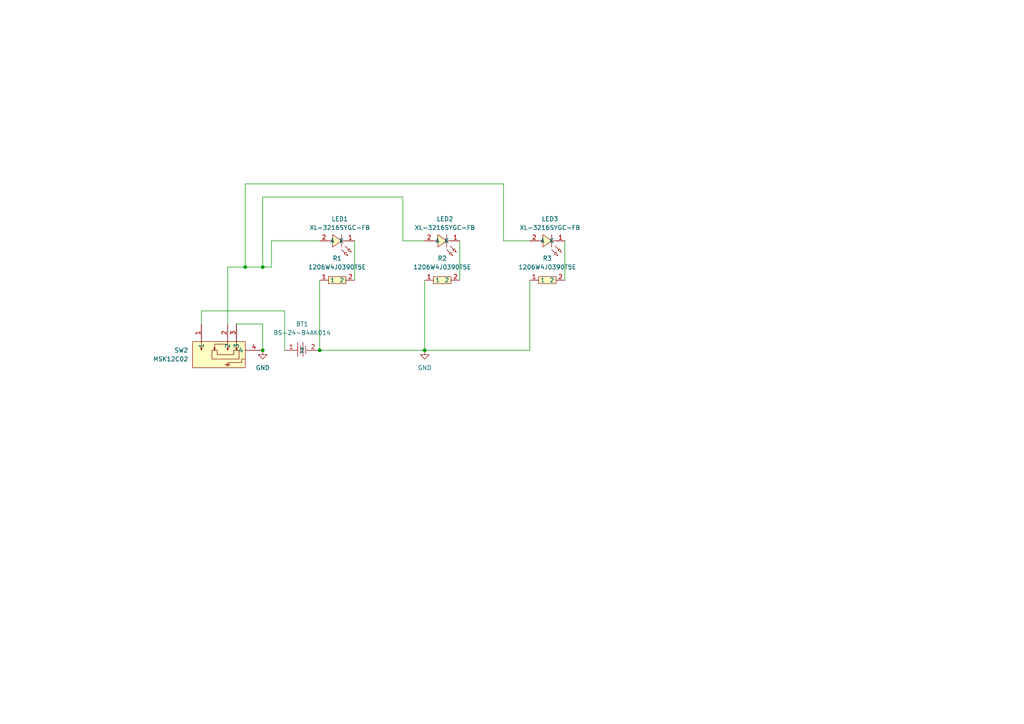
<source format=kicad_sch>
(kicad_sch (version 20250114) (generator "eeschema") (generator_version "9.0")
  (paper "A4")
  (lib_symbols
    (symbol "easyeda2kicad:1206W4J0390T5E"
      (property "Reference" "R" (at 0 5.08 0))
      (property "Value" "1206W4J0390T5E" (at 0 -5.08 0))
      (symbol "1206W4J0390T5E_0_1"
        (rectangle (start -2.54 1.02) (end 2.54 -1.02) (fill (type background)))
        (pin input line (at -5.08 0 0) (length 2.54) (name "1") (number "1"))
        (pin input line (at 5.08 0 180) (length 2.54) (name "2") (number "2"))
      )
    )
    (symbol "easyeda2kicad:BS-24-B4AK014"
      (property "Reference" "BT" (at 0 5.08 0))
      (property "Value" "BS-24-B4AK014" (at 0 -5.08 0))
      (symbol "BS-24-B4AK014_0_1"
        (polyline (pts (xy -1.27 2.29) (xy -1.27 -1.78)))
        (polyline (pts (xy -0.51 1.27) (xy -0.51 -1.02)))
        (polyline (pts (xy 0.25 2.29) (xy 0.25 -1.78)))
        (polyline (pts (xy 1.02 1.27) (xy 1.02 -1.02)))
        (pin input line (at -5.08 0 0) (length 3.81) (name "1") (number "1"))
        (pin input line (at 5.08 0 180) (length 3.81) (name "2") (number "2"))
      )
    )
    (symbol "easyeda2kicad:MSK12C02"
      (property "Reference" "SW" (at 0 12.7 0))
      (property "Value" "MSK12C02" (at 0 -5.08 0))
      (symbol "MSK12C02_0_1"
        (rectangle (start -7.62 2.54) (end 7.62 -5.08) (fill (type background)))
        (polyline (pts (xy -5.08 2.54) (xy -5.08 0.76)))
        (polyline (pts (xy -5.08 0.76) (xy -5.08 0)))
        (polyline (pts (xy -5.08 0) (xy -5.33 0.76)))
        (polyline (pts (xy -5.08 0) (xy -4.83 0.76)))
        (polyline (pts (xy -1.78 0) (xy -0.51 0) (xy -0.51 -1.27) (xy 4.32 -1.27) (xy 4.32 0) (xy 5.84 0) (xy 5.84 -2.54) (xy -2.03 -2.54) (xy -2.03 0) (xy -1.78 0)) (fill (type background)))
        (polyline (pts (xy -1.27 0) (xy -1.52 0.76)))
        (polyline (pts (xy 1.78 -4.06) (xy 3.3 -4.06)))
        (polyline (pts (xy 2.03 -4.32) (xy 3.05 -4.32)))
        (polyline (pts (xy 2.29 -4.57) (xy 2.79 -4.57)))
        (polyline (pts (xy 2.54 2.54) (xy 2.54 0.76)))
        (polyline (pts (xy 2.54 1.78) (xy -1.27 1.78) (xy -1.27 0) (xy -1.02 0.76)))
        (polyline (pts (xy 2.54 0.76) (xy 2.54 0)))
        (polyline (pts (xy 2.54 0) (xy 2.29 0.76)))
        (polyline (pts (xy 2.54 0) (xy 2.79 0.76)))
        (polyline (pts (xy 5.08 2.54) (xy 5.08 0) (xy 5.33 0.76)))
        (polyline (pts (xy 5.08 0) (xy 4.83 0.76)))
        (polyline (pts (xy 7.62 -2.54) (xy 6.6 -2.54) (xy 6.6 -3.56) (xy 2.54 -3.56) (xy 2.54 -4.06)))
        (pin unspecified line (at -5.08 7.62 270) (length 5.08) (name "1") (number "1"))
        (pin unspecified line (at 2.54 7.62 270) (length 5.08) (name "2") (number "2"))
        (pin unspecified line (at 5.08 7.62 270) (length 5.08) (name "3") (number "3"))
        (pin unspecified line (at 12.7 0 180) (length 5.08) (name "4") (number "4"))
      )
    )
    (symbol "easyeda2kicad:XL-3216SYGC-FB"
      (property "Reference" "LED" (at 0 5.08 0))
      (property "Value" "XL-3216SYGC-FB" (at 0 -5.08 0))
      (symbol "XL-3216SYGC-FB_0_1"
        (polyline (pts (xy -4.06 3.3) (xy -3.05 2.79) (xy -3.56 2.29) (xy -4.06 3.3)) (fill (type background)))
        (polyline (pts (xy -3.05 4.32) (xy -2.03 3.81) (xy -2.54 3.3) (xy -3.05 4.32)) (fill (type background)))
        (polyline (pts (xy -2.29 1.52) (xy -3.3 2.54) (xy -2.29 1.52)) (fill (type background)))
        (polyline (pts (xy -1.27 2.54) (xy -2.29 3.56) (xy -1.27 2.54)) (fill (type background)))
        (polyline (pts (xy -1.27 1.78) (xy -1.27 -1.78)))
        (polyline (pts (xy -1.27 0) (xy -2.54 0)))
        (polyline (pts (xy 1.27 1.78) (xy -1.27 0) (xy 1.27 -1.78) (xy 1.27 1.78)) (fill (type background)))
        (polyline (pts (xy 2.54 0) (xy 1.27 0)))
        (pin unspecified line (at -5.08 0 0) (length 2.54) (name "K") (number "1"))
        (pin unspecified line (at 5.08 0 180) (length 2.54) (name "A") (number "2"))
      )
    )
    (symbol "power:GND" (power) (pin_numbers (hide yes)) (pin_names (offset 0) (hide yes))
      (property "Value" "GND" (at 0 -3.81 0))
      (symbol "GND_0_1"
        (polyline (pts (xy 0 0) (xy 0 -1.27) (xy 1.27 -1.27) (xy 0 -2.54) (xy -1.27 -1.27) (xy 0 -1.27)))
      )
      (symbol "GND_1_1"
        (pin power_in line (at 0 0 270) (length 0) (name "~") (number "1"))
      )
    )
  )
  (junction (at 71.12 77.47))
  (junction (at 123.19 101.6))
  (junction (at 92.71 101.6))
  (junction (at 76.2 77.47))
  (junction (at 76.2 101.6))
  (wire (pts (xy 133.35 69.85) (xy 133.35 81.28)))
  (wire (pts (xy 82.55 101.6) (xy 82.55 90.17)))
  (wire (pts (xy 116.84 69.85) (xy 116.84 57.15)))
  (wire (pts (xy 102.87 69.85) (xy 102.87 81.28)))
  (wire (pts (xy 76.2 57.15) (xy 76.2 77.47)))
  (wire (pts (xy 123.19 69.85) (xy 116.84 69.85)))
  (wire (pts (xy 123.19 101.6) (xy 153.67 101.6)))
  (wire (pts (xy 68.58 93.98) (xy 76.2 93.98)))
  (wire (pts (xy 58.42 90.17) (xy 58.42 93.98)))
  (wire (pts (xy 146.05 69.85) (xy 146.05 53.34)))
  (wire (pts (xy 82.55 90.17) (xy 58.42 90.17)))
  (wire (pts (xy 153.67 101.6) (xy 153.67 81.28)))
  (wire (pts (xy 66.04 93.98) (xy 66.04 77.47)))
  (wire (pts (xy 76.2 93.98) (xy 76.2 101.6)))
  (wire (pts (xy 146.05 53.34) (xy 71.12 53.34)))
  (wire (pts (xy 78.74 69.85) (xy 78.74 77.47)))
  (wire (pts (xy 153.67 69.85) (xy 146.05 69.85)))
  (wire (pts (xy 66.04 77.47) (xy 71.12 77.47)))
  (wire (pts (xy 92.71 101.6) (xy 123.19 101.6)))
  (wire (pts (xy 76.2 77.47) (xy 78.74 77.47)))
  (wire (pts (xy 116.84 57.15) (xy 76.2 57.15)))
  (wire (pts (xy 123.19 81.28) (xy 123.19 101.6)))
  (wire (pts (xy 163.83 69.85) (xy 163.83 81.28)))
  (wire (pts (xy 92.71 81.28) (xy 92.71 101.6)))
  (wire (pts (xy 92.71 69.85) (xy 78.74 69.85)))
  (wire (pts (xy 71.12 77.47) (xy 76.2 77.47)))
  (wire (pts (xy 71.12 53.34) (xy 71.12 77.47)))
  (symbol (lib_id "easyeda2kicad:1206W4J0390T5E") (at 97.79 81.28 0) (unit 1)
    (property "Reference" "R1" (at 97.79 74.93 0))
    (property "Value" "1206W4J0390T5E" (at 97.79 77.47 0))
    (property "Footprint" "easyeda2kicad:R1206" (effects (hide yes)))
    (property "Datasheet" "https://lcsc.com/product-detail/Chip-Resistor-Surface-Mount-UniOhm_39R-390-5_C25379.html" (effects (hide yes)))
    (property "LCSC Part" "C25379" (effects (hide yes)))
  )
  (symbol (lib_id "easyeda2kicad:XL-3216SYGC-FB") (at 158.75 69.85 180) (unit 1)
    (property "Reference" "LED3" (at 159.51 63.5 0))
    (property "Value" "XL-3216SYGC-FB" (at 159.51 66.04 0))
    (property "Footprint" "easyeda2kicad:LED1206-RD_RED_LTST-C230CKT" (effects (hide yes)))
    (property "LCSC Part" "C3646940" (effects (hide yes)))
  )
  (symbol (lib_id "power:GND") (at 123.19 101.6 0) (unit 1)
    (property "Reference" "#PWR02" (effects (hide yes)))
    (property "Value" "GND" (at 123.19 106.68 0))
    (property "Description" "Power symbol creates a global label with name \"GND\" , ground" (effects (hide yes)))
  )
  (symbol (lib_id "easyeda2kicad:XL-3216SYGC-FB") (at 128.27 69.85 180) (unit 1)
    (property "Reference" "LED2" (at 129.03 63.5 0))
    (property "Value" "XL-3216SYGC-FB" (at 129.03 66.04 0))
    (property "Footprint" "easyeda2kicad:LED1206-RD_RED_LTST-C230CKT" (effects (hide yes)))
    (property "LCSC Part" "C3646940" (effects (hide yes)))
  )
  (symbol (lib_id "easyeda2kicad:MSK12C02") (at 63.5 101.6 0) (unit 1)
    (property "Reference" "SW2" (at 54.61 101.5999 0) (effects (justify right)))
    (property "Value" "MSK12C02" (at 54.61 104.1399 0) (effects (justify right)))
    (property "Footprint" "easyeda2kicad:SW-TH_MSK12C02" (effects (hide yes)))
    (property "Datasheet" "https://lcsc.com/product-detail/Toggle-Switches_SHOU-HAN-MSK12C02_C431540.html" (effects (hide yes)))
    (property "LCSC Part" "C431540" (effects (hide yes)))
  )
  (symbol (lib_id "easyeda2kicad:1206W4J0390T5E") (at 158.75 81.28 0) (unit 1)
    (property "Reference" "R3" (at 158.75 74.93 0))
    (property "Value" "1206W4J0390T5E" (at 158.75 77.47 0))
    (property "Footprint" "easyeda2kicad:R1206" (effects (hide yes)))
    (property "Datasheet" "https://lcsc.com/product-detail/Chip-Resistor-Surface-Mount-UniOhm_39R-390-5_C25379.html" (effects (hide yes)))
    (property "LCSC Part" "C25379" (effects (hide yes)))
  )
  (symbol (lib_id "easyeda2kicad:BS-24-B4AK014") (at 87.63 101.6 0) (unit 1)
    (property "Reference" "BT1" (at 87.63 93.98 0))
    (property "Value" "BS-24-B4AK014" (at 87.63 96.52 0))
    (property "Footprint" "easyeda2kicad:BAT-SMD_BS-24-B4AK014" (effects (hide yes)))
    (property "LCSC Part" "C964813" (effects (hide yes)))
  )
  (symbol (lib_id "easyeda2kicad:1206W4J0390T5E") (at 128.27 81.28 0) (unit 1)
    (property "Reference" "R2" (at 128.27 74.93 0))
    (property "Value" "1206W4J0390T5E" (at 128.27 77.47 0))
    (property "Footprint" "easyeda2kicad:R1206" (effects (hide yes)))
    (property "Datasheet" "https://lcsc.com/product-detail/Chip-Resistor-Surface-Mount-UniOhm_39R-390-5_C25379.html" (effects (hide yes)))
    (property "LCSC Part" "C25379" (effects (hide yes)))
  )
  (symbol (lib_id "easyeda2kicad:XL-3216SYGC-FB") (at 97.79 69.85 180) (unit 1)
    (property "Reference" "LED1" (at 98.55 63.5 0))
    (property "Value" "XL-3216SYGC-FB" (at 98.55 66.04 0))
    (property "Footprint" "easyeda2kicad:LED1206-RD_RED_LTST-C230CKT" (effects (hide yes)))
    (property "LCSC Part" "C3646940" (effects (hide yes)))
  )
  (symbol (lib_id "power:GND") (at 76.2 101.6 0) (unit 1)
    (property "Reference" "#PWR01" (effects (hide yes)))
    (property "Value" "GND" (at 76.2 106.68 0))
    (property "Description" "Power symbol creates a global label with name \"GND\" , ground" (effects (hide yes)))
  )
)
</source>
